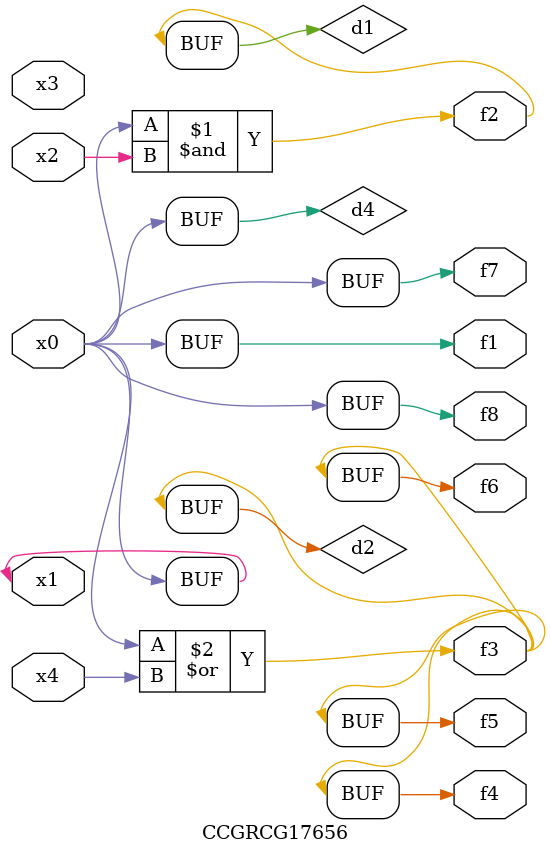
<source format=v>
module CCGRCG17656(
	input x0, x1, x2, x3, x4,
	output f1, f2, f3, f4, f5, f6, f7, f8
);

	wire d1, d2, d3, d4;

	and (d1, x0, x2);
	or (d2, x0, x4);
	nand (d3, x0, x2);
	buf (d4, x0, x1);
	assign f1 = d4;
	assign f2 = d1;
	assign f3 = d2;
	assign f4 = d2;
	assign f5 = d2;
	assign f6 = d2;
	assign f7 = d4;
	assign f8 = d4;
endmodule

</source>
